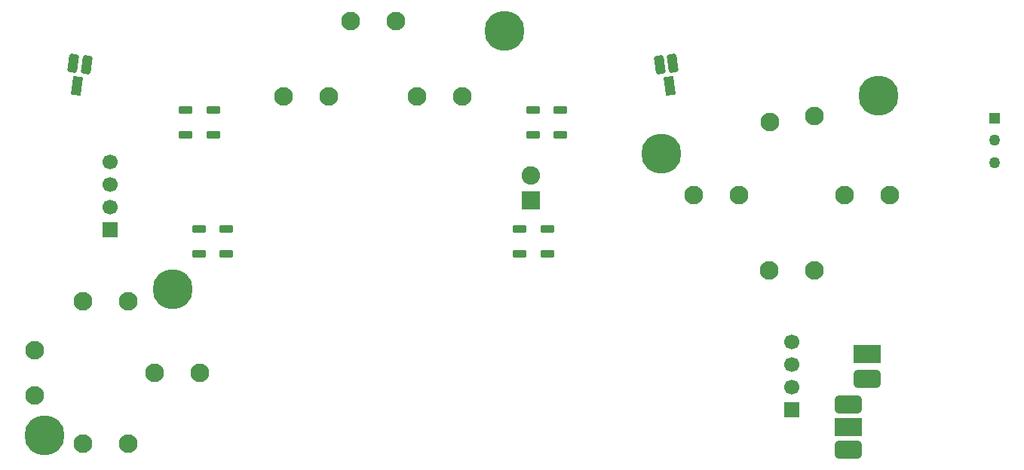
<source format=gbr>
%TF.GenerationSoftware,KiCad,Pcbnew,9.0.7*%
%TF.CreationDate,2026-01-16T16:20:26+01:00*%
%TF.ProjectId,pcb_phone_controller,7063625f-7068-46f6-9e65-5f636f6e7472,rev?*%
%TF.SameCoordinates,Original*%
%TF.FileFunction,Soldermask,Bot*%
%TF.FilePolarity,Negative*%
%FSLAX46Y46*%
G04 Gerber Fmt 4.6, Leading zero omitted, Abs format (unit mm)*
G04 Created by KiCad (PCBNEW 9.0.7) date 2026-01-16 16:20:26*
%MOMM*%
%LPD*%
G01*
G04 APERTURE LIST*
G04 Aperture macros list*
%AMRoundRect*
0 Rectangle with rounded corners*
0 $1 Rounding radius*
0 $2 $3 $4 $5 $6 $7 $8 $9 X,Y pos of 4 corners*
0 Add a 4 corners polygon primitive as box body*
4,1,4,$2,$3,$4,$5,$6,$7,$8,$9,$2,$3,0*
0 Add four circle primitives for the rounded corners*
1,1,$1+$1,$2,$3*
1,1,$1+$1,$4,$5*
1,1,$1+$1,$6,$7*
1,1,$1+$1,$8,$9*
0 Add four rect primitives between the rounded corners*
20,1,$1+$1,$2,$3,$4,$5,0*
20,1,$1+$1,$4,$5,$6,$7,0*
20,1,$1+$1,$6,$7,$8,$9,0*
20,1,$1+$1,$8,$9,$2,$3,0*%
%AMRotRect*
0 Rectangle, with rotation*
0 The origin of the aperture is its center*
0 $1 length*
0 $2 width*
0 $3 Rotation angle, in degrees counterclockwise*
0 Add horizontal line*
21,1,$1,$2,0,0,$3*%
G04 Aperture macros list end*
%ADD10C,2.100000*%
%ADD11C,4.500000*%
%ADD12R,1.270000X1.270000*%
%ADD13C,1.270000*%
%ADD14R,1.700000X1.700000*%
%ADD15C,1.700000*%
%ADD16RoundRect,0.275000X-0.378311X-0.730158X0.166531X-0.805306X0.378311X0.730158X-0.166531X0.805306X0*%
%ADD17RotRect,1.100000X2.100000X352.147000*%
%ADD18RoundRect,0.038100X-1.000000X-1.000000X1.000000X-1.000000X1.000000X1.000000X-1.000000X1.000000X0*%
%ADD19C,2.076200*%
%ADD20RoundRect,0.275000X-0.166531X-0.805306X0.378311X-0.730158X0.166531X0.805306X-0.378311X0.730158X0*%
%ADD21RotRect,1.100000X2.100000X7.853000*%
%ADD22RoundRect,0.519050X-1.019050X0.519050X-1.019050X-0.519050X1.019050X-0.519050X1.019050X0.519050X0*%
%ADD23RoundRect,0.519050X-1.019050X-0.519050X1.019050X-0.519050X1.019050X0.519050X-1.019050X0.519050X0*%
%ADD24RoundRect,0.038100X-1.500000X-1.000000X1.500000X-1.000000X1.500000X1.000000X-1.500000X1.000000X0*%
%ADD25RoundRect,0.038100X-1.500000X1.000000X-1.500000X-1.000000X1.500000X-1.000000X1.500000X1.000000X0*%
%ADD26RoundRect,0.120000X0.680000X0.280000X-0.680000X0.280000X-0.680000X-0.280000X0.680000X-0.280000X0*%
G04 APERTURE END LIST*
D10*
%TO.C,Select1*%
X139960000Y-105593690D03*
X145040000Y-105593690D03*
%TD*%
D11*
%TO.C,H2*%
X182400000Y-112000000D03*
%TD*%
D10*
%TO.C,Start1*%
X154960000Y-105593690D03*
X160040000Y-105593690D03*
%TD*%
D12*
%TO.C,SW17*%
X219750000Y-108000000D03*
D13*
X219750000Y-110500000D03*
X219750000Y-113000000D03*
%TD*%
D11*
%TO.C,H5*%
X113100000Y-143700000D03*
%TD*%
D14*
%TO.C,StickL1*%
X120500000Y-120580000D03*
D15*
X120500000Y-118040000D03*
X120500000Y-115500000D03*
X120500000Y-112960000D03*
%TD*%
D16*
%TO.C,TriggerL1*%
X116334970Y-101853786D03*
D17*
X116736356Y-104432815D03*
D16*
X117820902Y-102058734D03*
%TD*%
D10*
%TO.C,B1*%
X194494124Y-125127219D03*
X199574124Y-125127219D03*
%TD*%
%TO.C,Home1*%
X147460000Y-97093691D03*
X152540000Y-97093691D03*
%TD*%
D11*
%TO.C,H1*%
X164750000Y-98250000D03*
%TD*%
D10*
%TO.C,DOWN1*%
X117425876Y-144641938D03*
X122505876Y-144641938D03*
%TD*%
%TO.C,UP1*%
X117425876Y-128641938D03*
X122505876Y-128641938D03*
%TD*%
%TO.C,X1*%
X186008842Y-116641938D03*
X191088842Y-116641938D03*
%TD*%
%TO.C,Y1*%
X194517950Y-108503745D03*
X199550298Y-107809567D03*
%TD*%
D18*
%TO.C,+-1*%
X167750000Y-117300000D03*
D19*
X167750000Y-114500000D03*
%TD*%
D10*
%TO.C,LEFT1*%
X111965876Y-134101938D03*
X111965876Y-139181938D03*
%TD*%
D20*
%TO.C,TriggerR1*%
X182179099Y-102058734D03*
D21*
X183263645Y-104432815D03*
D20*
X183665031Y-101853786D03*
%TD*%
D11*
%TO.C,H3*%
X206750000Y-105500000D03*
%TD*%
D14*
%TO.C,StickR1*%
X197000000Y-140810000D03*
D15*
X197000000Y-138270000D03*
X197000000Y-135730000D03*
X197000000Y-133190000D03*
%TD*%
D11*
%TO.C,H4*%
X127500000Y-127250000D03*
%TD*%
D10*
%TO.C,RIGHT1*%
X125425876Y-136641938D03*
X130505876Y-136641938D03*
%TD*%
D22*
%TO.C,U1*%
X203380000Y-140201871D03*
X203380000Y-145281871D03*
D23*
X205481355Y-137313130D03*
D24*
X205481355Y-134563130D03*
D25*
X203380000Y-142741871D03*
%TD*%
D10*
%TO.C,A1*%
X202979405Y-116641938D03*
X208059405Y-116641938D03*
%TD*%
D26*
%TO.C,ClickStickR1*%
X169550000Y-120500000D03*
X166450000Y-120500000D03*
X169550000Y-123250000D03*
X166450000Y-123250000D03*
%TD*%
%TO.C,ClickStickL1*%
X130450000Y-123250000D03*
X133550000Y-123250000D03*
X130450000Y-120500000D03*
X133550000Y-120500000D03*
%TD*%
%TO.C,BumperR1*%
X171050000Y-107125000D03*
X167950000Y-107125000D03*
X171050000Y-109875000D03*
X167950000Y-109875000D03*
%TD*%
%TO.C,BumperL1*%
X132050000Y-107125000D03*
X128950000Y-107125000D03*
X132050000Y-109875000D03*
X128950000Y-109875000D03*
%TD*%
M02*

</source>
